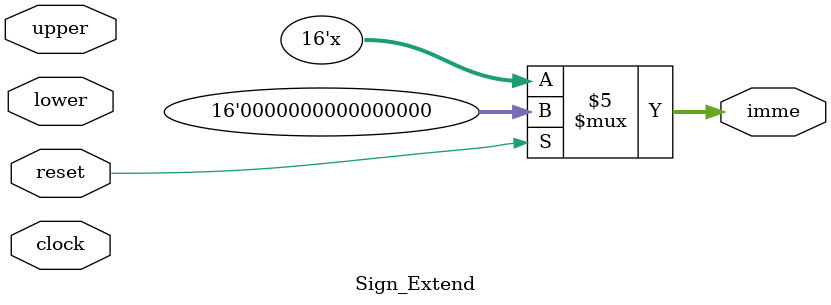
<source format=v>
`timescale 1ns / 1ps
module Sign_Extend(
    input [3:0] upper,
    input [3:0] lower,
	 input clock,
	 input reset,
    output reg signed [15:0] imme
    );
	 always@(clk)
	 begin
		if(reset)
		begin
			imme <= 0;
		end
		else
		begin
			imme <= {upper, lower};
			imme <= (imme <<< 8);
			imme <= (imme >>> 8);
		end
	 end
endmodule
</source>
